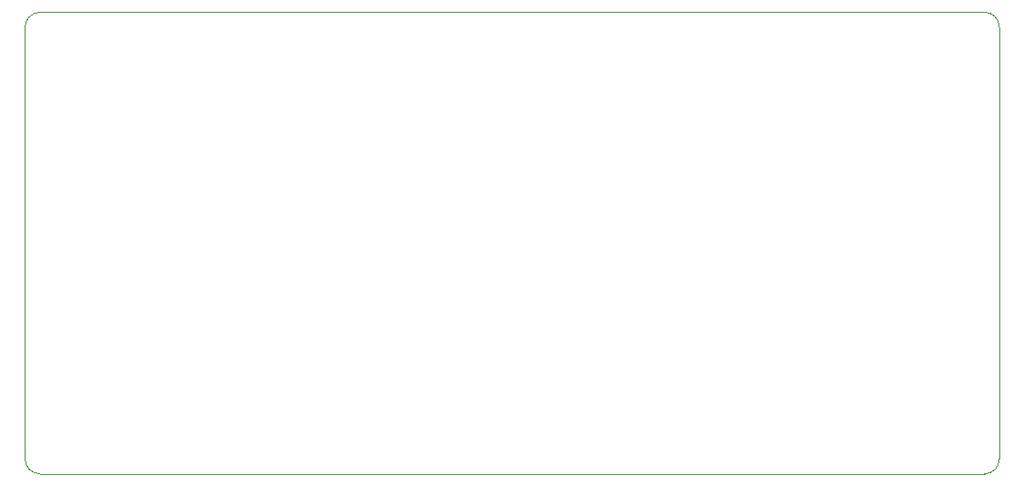
<source format=gm1>
G04 #@! TF.GenerationSoftware,KiCad,Pcbnew,(7.0.0)*
G04 #@! TF.CreationDate,2023-09-07T17:01:30+09:00*
G04 #@! TF.ProjectId,iso6,69736f36-2e6b-4696-9361-645f70636258,rev?*
G04 #@! TF.SameCoordinates,Original*
G04 #@! TF.FileFunction,Profile,NP*
%FSLAX46Y46*%
G04 Gerber Fmt 4.6, Leading zero omitted, Abs format (unit mm)*
G04 Created by KiCad (PCBNEW (7.0.0)) date 2023-09-07 17:01:30*
%MOMM*%
%LPD*%
G01*
G04 APERTURE LIST*
G04 #@! TA.AperFunction,Profile*
%ADD10C,0.100000*%
G04 #@! TD*
G04 APERTURE END LIST*
D10*
X46650000Y-33350000D02*
X134334735Y-33339503D01*
X45249999Y-74800001D02*
G75*
G03*
X46649999Y-76200001I1400001J1D01*
G01*
X46650000Y-33350000D02*
G75*
G03*
X45250000Y-34750000I0J-1400000D01*
G01*
X45249999Y-74800001D02*
X45250000Y-34750000D01*
X134334735Y-76210181D02*
X46649999Y-76200001D01*
X134334735Y-76210181D02*
G75*
G03*
X135735181Y-74809735I-35J1400481D01*
G01*
X135735181Y-34739949D02*
X135735181Y-74809735D01*
X135735097Y-34739949D02*
G75*
G03*
X134334735Y-33339503I-1400397J49D01*
G01*
M02*

</source>
